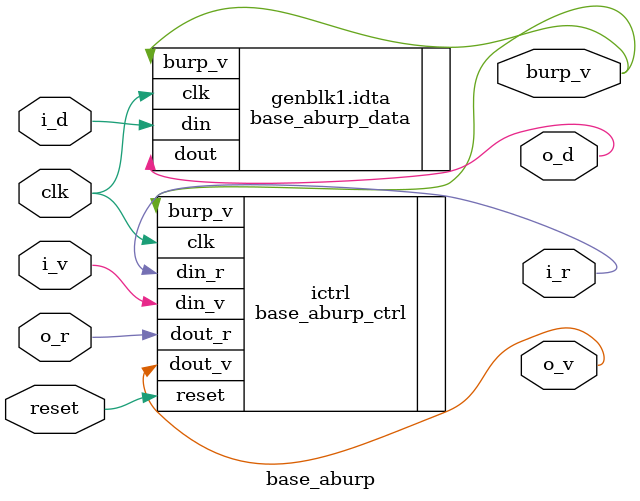
<source format=v>
module base_aburp#
  (   parameter width=1,
      parameter del_width=0
   )
  (
   input 	      clk, 
   input 	      reset,
   input 	      i_v,
   input [0:(width+del_width)-1]  i_d,
   output 	      i_r,
   output 	      o_v,
   output [0:(width+del_width)-1] o_d,
   input 	      o_r,
   output             burp_v /* data is in the burp latch */
   );
   
   base_aburp_ctrl ictrl(.clk(clk),.reset(reset),.din_v(i_v),.din_r(i_r),.dout_v(o_v),.dout_r(o_r),.burp_v(burp_v));
   generate
      if (width > 0)
	base_aburp_data#(.width(width)) idta(.clk(clk),.din(i_d[0:width-1]),.dout(o_d[0:width-1]),.burp_v(burp_v));
      if (del_width > 0) 
	begin
	   wire burp_vd;
	   base_vlat#(.width(1)) ivdlat(.clk(clk),.reset(reset),.din(burp_v),.q(burp_vd));
	   base_aburp_data#(.width(del_width)) idta(.clk(clk),.din(i_d[width:width+del_width-1]),.dout(o_d[width:width+del_width-1]),.burp_v(burp_vd));
	end
   endgenerate
endmodule // base_burp

   
	     
	 
   
   


</source>
